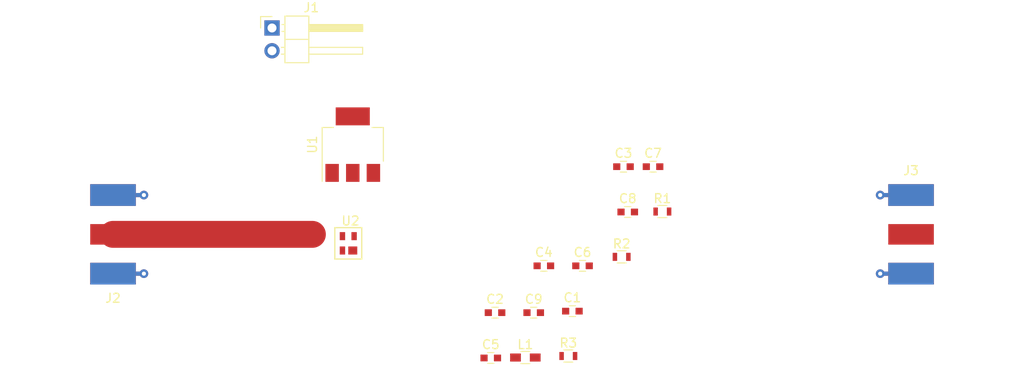
<source format=kicad_pcb>
(kicad_pcb (version 20170922) (host pcbnew "(2017-10-26 revision d2d123750)-master")

(general
  (thickness 1.6)
  (drawings 0)
  (tracks 3)
  (zones 0)
  (modules 18)
  (nets 10)
)

(page A4)
(layers
  (0 F.Cu signal)
  (31 B.Cu signal)
  (32 B.Adhes user)
  (33 F.Adhes user)
  (34 B.Paste user)
  (35 F.Paste user)
  (36 B.SilkS user)
  (37 F.SilkS user)
  (38 B.Mask user)
  (39 F.Mask user)
  (40 Dwgs.User user)
  (41 Cmts.User user)
  (42 Eco1.User user)
  (43 Eco2.User user)
  (44 Edge.Cuts user)
  (45 Margin user)
  (46 B.CrtYd user)
  (47 F.CrtYd user)
  (48 B.Fab user)
  (49 F.Fab user)
)


(setup
  (last_trace_width 0.25)
  (user_trace_width 0.4)
  (user_trace_width 3)
  (trace_clearance 0.2)
  (zone_clearance 0.508)
  (zone_45_only no)
  (trace_min 0.2)
  (segment_width 0.2)
  (edge_width 0.15)
  (via_size 0.8)
  (via_drill 0.4)
  (via_min_size 0.4)
  (via_min_drill 0.3)
  (user_via 0.5 0.3)
  (user_via 0.8 0.4)
  (uvia_size 0.3)
  (uvia_drill 0.1)
  (uvias_allowed no)
  (uvia_min_size 0.2)
  (uvia_min_drill 0.1)
  (pcb_text_width 0.3)
  (pcb_text_size 1.5 1.5)
  (mod_edge_width 0.15)
  (mod_text_size 1 1)
  (mod_text_width 0.15)
  (pad_size 1.524 1.524)
  (pad_drill 0.762)
  (pad_to_mask_clearance 0.2)
  (aux_axis_origin 0 0)
  (visible_elements FFFFFF7F)
  (pcbplotparams
    (layerselection 0x010fc_ffffffff)
    (usegerberextensions false)
    (usegerberattributes true)
    (usegerberadvancedattributes true)
    (creategerberjobfile true)
    (excludeedgelayer true)
    (linewidth 0.100000)
    (plotframeref false)
    (viasonmask false)
    (mode 1)
    (useauxorigin false)
    (hpglpennumber 1)
    (hpglpenspeed 20)
    (hpglpendiameter 15)
    (psnegative false)
    (psa4output false)
    (plotreference true)
    (plotvalue true)
    (plotinvisibletext false)
    (padsonsilk false)
    (subtractmaskfromsilk false)
    (outputformat 1)
    (mirror false)
    (drillshape 1)
    (scaleselection 1)
    (outputdirectory ""))
)

(net 0 "")
(net 1 GND)
(net 2 "Net-(C3-Pad1)")
(net 3 +3V3)
(net 4 "Net-(C5-Pad1)")
(net 5 "Net-(C8-Pad1)")
(net 6 "Net-(C9-Pad1)")
(net 7 "Net-(C9-Pad2)")
(net 8 "Net-(J3-Pad1)")
(net 9 /VIN)

(net_class Default "This is the default net class."
  (clearance 0.2)
  (trace_width 0.25)
  (via_dia 0.8)
  (via_drill 0.4)
  (uvia_dia 0.3)
  (uvia_drill 0.1)
)

(net_class POWER ""
  (clearance 0.2)
  (trace_width 0.4)
  (via_dia 0.8)
  (via_drill 0.4)
  (uvia_dia 0.3)
  (uvia_drill 0.1)
  (add_net +3V3)
  (add_net /VIN)
  (add_net GND)
)

(net_class RF ""
  (clearance 0.3)
  (trace_width 3)
  (via_dia 0.8)
  (via_drill 0.4)
  (uvia_dia 0.3)
  (uvia_drill 0.1)
  (add_net "Net-(C3-Pad1)")
  (add_net "Net-(C5-Pad1)")
  (add_net "Net-(C8-Pad1)")
  (add_net "Net-(C9-Pad1)")
  (add_net "Net-(C9-Pad2)")
  (add_net "Net-(J3-Pad1)")
)

  (module Capacitors_SMD:C_0603 (layer F.Cu) (tedit 59958EE7) (tstamp 5A3A45AB)
    (at 67.475952 52.0575)
    (descr "Capacitor SMD 0603, reflow soldering, AVX (see smccp.pdf)")
    (tags "capacitor 0603")
    (path /5A0D6204)
    (attr smd)
    (fp_text reference C1 (at 0 -1.5) (layer F.SilkS)
      (effects (font (size 1 1) (thickness 0.15)))
    )
    (fp_text value 100n (at 0 1.5) (layer F.Fab)
      (effects (font (size 1 1) (thickness 0.15)))
    )
    (fp_text user %R (at 0 0) (layer F.Fab)
      (effects (font (size 0.3 0.3) (thickness 0.075)))
    )
    (fp_line (start -0.8 0.4) (end -0.8 -0.4) (layer F.Fab) (width 0.1))
    (fp_line (start 0.8 0.4) (end -0.8 0.4) (layer F.Fab) (width 0.1))
    (fp_line (start 0.8 -0.4) (end 0.8 0.4) (layer F.Fab) (width 0.1))
    (fp_line (start -0.8 -0.4) (end 0.8 -0.4) (layer F.Fab) (width 0.1))
    (fp_line (start -0.35 -0.6) (end 0.35 -0.6) (layer F.SilkS) (width 0.12))
    (fp_line (start 0.35 0.6) (end -0.35 0.6) (layer F.SilkS) (width 0.12))
    (fp_line (start -1.4 -0.65) (end 1.4 -0.65) (layer F.CrtYd) (width 0.05))
    (fp_line (start -1.4 -0.65) (end -1.4 0.65) (layer F.CrtYd) (width 0.05))
    (fp_line (start 1.4 0.65) (end 1.4 -0.65) (layer F.CrtYd) (width 0.05))
    (fp_line (start 1.4 0.65) (end -1.4 0.65) (layer F.CrtYd) (width 0.05))
    (pad 1 smd rect (at -0.75 0) (size 0.8 0.75) (layers F.Cu F.Paste F.Mask)
      (net 9 /VIN))
    (pad 2 smd rect (at 0.75 0) (size 0.8 0.75) (layers F.Cu F.Paste F.Mask)
      (net 1 GND))
    (model Capacitors_SMD.3dshapes/C_0603.wrl
      (at (xyz 0 0 0))
      (scale (xyz 1 1 1))
      (rotate (xyz 0 0 0))
    )
  )

  (module Capacitors_SMD:C_0603 (layer F.Cu) (tedit 59958EE7) (tstamp 5A3A45BC)
    (at 58.855952 52.2275)
    (descr "Capacitor SMD 0603, reflow soldering, AVX (see smccp.pdf)")
    (tags "capacitor 0603")
    (path /5A0D623C)
    (attr smd)
    (fp_text reference C2 (at 0 -1.5) (layer F.SilkS)
      (effects (font (size 1 1) (thickness 0.15)))
    )
    (fp_text value 100n (at 0 1.5) (layer F.Fab)
      (effects (font (size 1 1) (thickness 0.15)))
    )
    (fp_line (start 1.4 0.65) (end -1.4 0.65) (layer F.CrtYd) (width 0.05))
    (fp_line (start 1.4 0.65) (end 1.4 -0.65) (layer F.CrtYd) (width 0.05))
    (fp_line (start -1.4 -0.65) (end -1.4 0.65) (layer F.CrtYd) (width 0.05))
    (fp_line (start -1.4 -0.65) (end 1.4 -0.65) (layer F.CrtYd) (width 0.05))
    (fp_line (start 0.35 0.6) (end -0.35 0.6) (layer F.SilkS) (width 0.12))
    (fp_line (start -0.35 -0.6) (end 0.35 -0.6) (layer F.SilkS) (width 0.12))
    (fp_line (start -0.8 -0.4) (end 0.8 -0.4) (layer F.Fab) (width 0.1))
    (fp_line (start 0.8 -0.4) (end 0.8 0.4) (layer F.Fab) (width 0.1))
    (fp_line (start 0.8 0.4) (end -0.8 0.4) (layer F.Fab) (width 0.1))
    (fp_line (start -0.8 0.4) (end -0.8 -0.4) (layer F.Fab) (width 0.1))
    (fp_text user %R (at 0 0) (layer F.Fab)
      (effects (font (size 0.3 0.3) (thickness 0.075)))
    )
    (pad 2 smd rect (at 0.75 0) (size 0.8 0.75) (layers F.Cu F.Paste F.Mask)
      (net 1 GND))
    (pad 1 smd rect (at -0.75 0) (size 0.8 0.75) (layers F.Cu F.Paste F.Mask)
      (net 9 /VIN))
    (model Capacitors_SMD.3dshapes/C_0603.wrl
      (at (xyz 0 0 0))
      (scale (xyz 1 1 1))
      (rotate (xyz 0 0 0))
    )
  )

  (module Capacitors_SMD:C_0603 (layer F.Cu) (tedit 59958EE7) (tstamp 5A3A45CD)
    (at 73.169762 35.9575)
    (descr "Capacitor SMD 0603, reflow soldering, AVX (see smccp.pdf)")
    (tags "capacitor 0603")
    (path /5A0D7717)
    (attr smd)
    (fp_text reference C3 (at 0 -1.5) (layer F.SilkS)
      (effects (font (size 1 1) (thickness 0.15)))
    )
    (fp_text value 20p (at 0 1.5) (layer F.Fab)
      (effects (font (size 1 1) (thickness 0.15)))
    )
    (fp_line (start 1.4 0.65) (end -1.4 0.65) (layer F.CrtYd) (width 0.05))
    (fp_line (start 1.4 0.65) (end 1.4 -0.65) (layer F.CrtYd) (width 0.05))
    (fp_line (start -1.4 -0.65) (end -1.4 0.65) (layer F.CrtYd) (width 0.05))
    (fp_line (start -1.4 -0.65) (end 1.4 -0.65) (layer F.CrtYd) (width 0.05))
    (fp_line (start 0.35 0.6) (end -0.35 0.6) (layer F.SilkS) (width 0.12))
    (fp_line (start -0.35 -0.6) (end 0.35 -0.6) (layer F.SilkS) (width 0.12))
    (fp_line (start -0.8 -0.4) (end 0.8 -0.4) (layer F.Fab) (width 0.1))
    (fp_line (start 0.8 -0.4) (end 0.8 0.4) (layer F.Fab) (width 0.1))
    (fp_line (start 0.8 0.4) (end -0.8 0.4) (layer F.Fab) (width 0.1))
    (fp_line (start -0.8 0.4) (end -0.8 -0.4) (layer F.Fab) (width 0.1))
    (fp_text user %R (at 0 0) (layer F.Fab)
      (effects (font (size 0.3 0.3) (thickness 0.075)))
    )
    (pad 2 smd rect (at 0.75 0) (size 0.8 0.75) (layers F.Cu F.Paste F.Mask)
      (net 1 GND))
    (pad 1 smd rect (at -0.75 0) (size 0.8 0.75) (layers F.Cu F.Paste F.Mask)
      (net 2 "Net-(C3-Pad1)"))
    (model Capacitors_SMD.3dshapes/C_0603.wrl
      (at (xyz 0 0 0))
      (scale (xyz 1 1 1))
      (rotate (xyz 0 0 0))
    )
  )

  (module Capacitors_SMD:C_0603 (layer F.Cu) (tedit 59958EE7) (tstamp 5A3A45DE)
    (at 64.295952 47.0075)
    (descr "Capacitor SMD 0603, reflow soldering, AVX (see smccp.pdf)")
    (tags "capacitor 0603")
    (path /5A0D645A)
    (attr smd)
    (fp_text reference C4 (at 0 -1.5) (layer F.SilkS)
      (effects (font (size 1 1) (thickness 0.15)))
    )
    (fp_text value 100n (at 0 1.5) (layer F.Fab)
      (effects (font (size 1 1) (thickness 0.15)))
    )
    (fp_text user %R (at 0 0) (layer F.Fab)
      (effects (font (size 0.3 0.3) (thickness 0.075)))
    )
    (fp_line (start -0.8 0.4) (end -0.8 -0.4) (layer F.Fab) (width 0.1))
    (fp_line (start 0.8 0.4) (end -0.8 0.4) (layer F.Fab) (width 0.1))
    (fp_line (start 0.8 -0.4) (end 0.8 0.4) (layer F.Fab) (width 0.1))
    (fp_line (start -0.8 -0.4) (end 0.8 -0.4) (layer F.Fab) (width 0.1))
    (fp_line (start -0.35 -0.6) (end 0.35 -0.6) (layer F.SilkS) (width 0.12))
    (fp_line (start 0.35 0.6) (end -0.35 0.6) (layer F.SilkS) (width 0.12))
    (fp_line (start -1.4 -0.65) (end 1.4 -0.65) (layer F.CrtYd) (width 0.05))
    (fp_line (start -1.4 -0.65) (end -1.4 0.65) (layer F.CrtYd) (width 0.05))
    (fp_line (start 1.4 0.65) (end 1.4 -0.65) (layer F.CrtYd) (width 0.05))
    (fp_line (start 1.4 0.65) (end -1.4 0.65) (layer F.CrtYd) (width 0.05))
    (pad 1 smd rect (at -0.75 0) (size 0.8 0.75) (layers F.Cu F.Paste F.Mask)
      (net 3 +3V3))
    (pad 2 smd rect (at 0.75 0) (size 0.8 0.75) (layers F.Cu F.Paste F.Mask)
      (net 1 GND))
    (model Capacitors_SMD.3dshapes/C_0603.wrl
      (at (xyz 0 0 0))
      (scale (xyz 1 1 1))
      (rotate (xyz 0 0 0))
    )
  )

  (module Capacitors_SMD:C_0603 (layer F.Cu) (tedit 59958EE7) (tstamp 5A3A45EF)
    (at 58.379762 57.2775)
    (descr "Capacitor SMD 0603, reflow soldering, AVX (see smccp.pdf)")
    (tags "capacitor 0603")
    (path /5A0D766F)
    (attr smd)
    (fp_text reference C5 (at 0 -1.5) (layer F.SilkS)
      (effects (font (size 1 1) (thickness 0.15)))
    )
    (fp_text value 20p (at 0 1.5) (layer F.Fab)
      (effects (font (size 1 1) (thickness 0.15)))
    )
    (fp_text user %R (at 0 0) (layer F.Fab)
      (effects (font (size 0.3 0.3) (thickness 0.075)))
    )
    (fp_line (start -0.8 0.4) (end -0.8 -0.4) (layer F.Fab) (width 0.1))
    (fp_line (start 0.8 0.4) (end -0.8 0.4) (layer F.Fab) (width 0.1))
    (fp_line (start 0.8 -0.4) (end 0.8 0.4) (layer F.Fab) (width 0.1))
    (fp_line (start -0.8 -0.4) (end 0.8 -0.4) (layer F.Fab) (width 0.1))
    (fp_line (start -0.35 -0.6) (end 0.35 -0.6) (layer F.SilkS) (width 0.12))
    (fp_line (start 0.35 0.6) (end -0.35 0.6) (layer F.SilkS) (width 0.12))
    (fp_line (start -1.4 -0.65) (end 1.4 -0.65) (layer F.CrtYd) (width 0.05))
    (fp_line (start -1.4 -0.65) (end -1.4 0.65) (layer F.CrtYd) (width 0.05))
    (fp_line (start 1.4 0.65) (end 1.4 -0.65) (layer F.CrtYd) (width 0.05))
    (fp_line (start 1.4 0.65) (end -1.4 0.65) (layer F.CrtYd) (width 0.05))
    (pad 1 smd rect (at -0.75 0) (size 0.8 0.75) (layers F.Cu F.Paste F.Mask)
      (net 4 "Net-(C5-Pad1)"))
    (pad 2 smd rect (at 0.75 0) (size 0.8 0.75) (layers F.Cu F.Paste F.Mask)
      (net 1 GND))
    (model Capacitors_SMD.3dshapes/C_0603.wrl
      (at (xyz 0 0 0))
      (scale (xyz 1 1 1))
      (rotate (xyz 0 0 0))
    )
  )

  (module Capacitors_SMD:C_0603 (layer F.Cu) (tedit 59958EE7) (tstamp 5A3A4600)
    (at 68.605952 47.0075)
    (descr "Capacitor SMD 0603, reflow soldering, AVX (see smccp.pdf)")
    (tags "capacitor 0603")
    (path /5A0D65D3)
    (attr smd)
    (fp_text reference C6 (at 0 -1.5) (layer F.SilkS)
      (effects (font (size 1 1) (thickness 0.15)))
    )
    (fp_text value 100n (at 0 1.5) (layer F.Fab)
      (effects (font (size 1 1) (thickness 0.15)))
    )
    (fp_line (start 1.4 0.65) (end -1.4 0.65) (layer F.CrtYd) (width 0.05))
    (fp_line (start 1.4 0.65) (end 1.4 -0.65) (layer F.CrtYd) (width 0.05))
    (fp_line (start -1.4 -0.65) (end -1.4 0.65) (layer F.CrtYd) (width 0.05))
    (fp_line (start -1.4 -0.65) (end 1.4 -0.65) (layer F.CrtYd) (width 0.05))
    (fp_line (start 0.35 0.6) (end -0.35 0.6) (layer F.SilkS) (width 0.12))
    (fp_line (start -0.35 -0.6) (end 0.35 -0.6) (layer F.SilkS) (width 0.12))
    (fp_line (start -0.8 -0.4) (end 0.8 -0.4) (layer F.Fab) (width 0.1))
    (fp_line (start 0.8 -0.4) (end 0.8 0.4) (layer F.Fab) (width 0.1))
    (fp_line (start 0.8 0.4) (end -0.8 0.4) (layer F.Fab) (width 0.1))
    (fp_line (start -0.8 0.4) (end -0.8 -0.4) (layer F.Fab) (width 0.1))
    (fp_text user %R (at 0 0) (layer F.Fab)
      (effects (font (size 0.3 0.3) (thickness 0.075)))
    )
    (pad 2 smd rect (at 0.75 0) (size 0.8 0.75) (layers F.Cu F.Paste F.Mask)
      (net 1 GND))
    (pad 1 smd rect (at -0.75 0) (size 0.8 0.75) (layers F.Cu F.Paste F.Mask)
      (net 3 +3V3))
    (model Capacitors_SMD.3dshapes/C_0603.wrl
      (at (xyz 0 0 0))
      (scale (xyz 1 1 1))
      (rotate (xyz 0 0 0))
    )
  )

  (module Capacitors_SMD:C_0603 (layer F.Cu) (tedit 59958EE7) (tstamp 5A3A4611)
    (at 76.465001 35.9575)
    (descr "Capacitor SMD 0603, reflow soldering, AVX (see smccp.pdf)")
    (tags "capacitor 0603")
    (path /5A0D66E6)
    (attr smd)
    (fp_text reference C7 (at 0 -1.5) (layer F.SilkS)
      (effects (font (size 1 1) (thickness 0.15)))
    )
    (fp_text value 1u (at 0 1.5) (layer F.Fab)
      (effects (font (size 1 1) (thickness 0.15)))
    )
    (fp_text user %R (at 0 0) (layer F.Fab)
      (effects (font (size 0.3 0.3) (thickness 0.075)))
    )
    (fp_line (start -0.8 0.4) (end -0.8 -0.4) (layer F.Fab) (width 0.1))
    (fp_line (start 0.8 0.4) (end -0.8 0.4) (layer F.Fab) (width 0.1))
    (fp_line (start 0.8 -0.4) (end 0.8 0.4) (layer F.Fab) (width 0.1))
    (fp_line (start -0.8 -0.4) (end 0.8 -0.4) (layer F.Fab) (width 0.1))
    (fp_line (start -0.35 -0.6) (end 0.35 -0.6) (layer F.SilkS) (width 0.12))
    (fp_line (start 0.35 0.6) (end -0.35 0.6) (layer F.SilkS) (width 0.12))
    (fp_line (start -1.4 -0.65) (end 1.4 -0.65) (layer F.CrtYd) (width 0.05))
    (fp_line (start -1.4 -0.65) (end -1.4 0.65) (layer F.CrtYd) (width 0.05))
    (fp_line (start 1.4 0.65) (end 1.4 -0.65) (layer F.CrtYd) (width 0.05))
    (fp_line (start 1.4 0.65) (end -1.4 0.65) (layer F.CrtYd) (width 0.05))
    (pad 1 smd rect (at -0.75 0) (size 0.8 0.75) (layers F.Cu F.Paste F.Mask)
      (net 3 +3V3))
    (pad 2 smd rect (at 0.75 0) (size 0.8 0.75) (layers F.Cu F.Paste F.Mask)
      (net 1 GND))
    (model Capacitors_SMD.3dshapes/C_0603.wrl
      (at (xyz 0 0 0))
      (scale (xyz 1 1 1))
      (rotate (xyz 0 0 0))
    )
  )

  (module Capacitors_SMD:C_0603 (layer F.Cu) (tedit 59958EE7) (tstamp 5A3A4622)
    (at 73.645952 41.0075)
    (descr "Capacitor SMD 0603, reflow soldering, AVX (see smccp.pdf)")
    (tags "capacitor 0603")
    (path /5A0D6F0B)
    (attr smd)
    (fp_text reference C8 (at 0 -1.5) (layer F.SilkS)
      (effects (font (size 1 1) (thickness 0.15)))
    )
    (fp_text value 100n (at 0 1.5) (layer F.Fab)
      (effects (font (size 1 1) (thickness 0.15)))
    )
    (fp_line (start 1.4 0.65) (end -1.4 0.65) (layer F.CrtYd) (width 0.05))
    (fp_line (start 1.4 0.65) (end 1.4 -0.65) (layer F.CrtYd) (width 0.05))
    (fp_line (start -1.4 -0.65) (end -1.4 0.65) (layer F.CrtYd) (width 0.05))
    (fp_line (start -1.4 -0.65) (end 1.4 -0.65) (layer F.CrtYd) (width 0.05))
    (fp_line (start 0.35 0.6) (end -0.35 0.6) (layer F.SilkS) (width 0.12))
    (fp_line (start -0.35 -0.6) (end 0.35 -0.6) (layer F.SilkS) (width 0.12))
    (fp_line (start -0.8 -0.4) (end 0.8 -0.4) (layer F.Fab) (width 0.1))
    (fp_line (start 0.8 -0.4) (end 0.8 0.4) (layer F.Fab) (width 0.1))
    (fp_line (start 0.8 0.4) (end -0.8 0.4) (layer F.Fab) (width 0.1))
    (fp_line (start -0.8 0.4) (end -0.8 -0.4) (layer F.Fab) (width 0.1))
    (fp_text user %R (at 0 0) (layer F.Fab)
      (effects (font (size 0.3 0.3) (thickness 0.075)))
    )
    (pad 2 smd rect (at 0.75 0) (size 0.8 0.75) (layers F.Cu F.Paste F.Mask)
      (net 4 "Net-(C5-Pad1)"))
    (pad 1 smd rect (at -0.75 0) (size 0.8 0.75) (layers F.Cu F.Paste F.Mask)
      (net 5 "Net-(C8-Pad1)"))
    (model Capacitors_SMD.3dshapes/C_0603.wrl
      (at (xyz 0 0 0))
      (scale (xyz 1 1 1))
      (rotate (xyz 0 0 0))
    )
  )

  (module Capacitors_SMD:C_0603 (layer F.Cu) (tedit 59958EE7) (tstamp 5A3A4633)
    (at 63.165952 52.2275)
    (descr "Capacitor SMD 0603, reflow soldering, AVX (see smccp.pdf)")
    (tags "capacitor 0603")
    (path /5A0D6F8D)
    (attr smd)
    (fp_text reference C9 (at 0 -1.5) (layer F.SilkS)
      (effects (font (size 1 1) (thickness 0.15)))
    )
    (fp_text value 100n (at 0 1.5) (layer F.Fab)
      (effects (font (size 1 1) (thickness 0.15)))
    )
    (fp_text user %R (at 0 0) (layer F.Fab)
      (effects (font (size 0.3 0.3) (thickness 0.075)))
    )
    (fp_line (start -0.8 0.4) (end -0.8 -0.4) (layer F.Fab) (width 0.1))
    (fp_line (start 0.8 0.4) (end -0.8 0.4) (layer F.Fab) (width 0.1))
    (fp_line (start 0.8 -0.4) (end 0.8 0.4) (layer F.Fab) (width 0.1))
    (fp_line (start -0.8 -0.4) (end 0.8 -0.4) (layer F.Fab) (width 0.1))
    (fp_line (start -0.35 -0.6) (end 0.35 -0.6) (layer F.SilkS) (width 0.12))
    (fp_line (start 0.35 0.6) (end -0.35 0.6) (layer F.SilkS) (width 0.12))
    (fp_line (start -1.4 -0.65) (end 1.4 -0.65) (layer F.CrtYd) (width 0.05))
    (fp_line (start -1.4 -0.65) (end -1.4 0.65) (layer F.CrtYd) (width 0.05))
    (fp_line (start 1.4 0.65) (end 1.4 -0.65) (layer F.CrtYd) (width 0.05))
    (fp_line (start 1.4 0.65) (end -1.4 0.65) (layer F.CrtYd) (width 0.05))
    (pad 1 smd rect (at -0.75 0) (size 0.8 0.75) (layers F.Cu F.Paste F.Mask)
      (net 6 "Net-(C9-Pad1)"))
    (pad 2 smd rect (at 0.75 0) (size 0.8 0.75) (layers F.Cu F.Paste F.Mask)
      (net 7 "Net-(C9-Pad2)"))
    (model Capacitors_SMD.3dshapes/C_0603.wrl
      (at (xyz 0 0 0))
      (scale (xyz 1 1 1))
      (rotate (xyz 0 0 0))
    )
  )

  (module Pin_Headers:Pin_Header_Angled_1x02_Pitch2.54mm (layer F.Cu) (tedit 59650532) (tstamp 5A3A4666)
    (at 34 20.5)
    (descr "Through hole angled pin header, 1x02, 2.54mm pitch, 6mm pin length, single row")
    (tags "Through hole angled pin header THT 1x02 2.54mm single row")
    (path /5A0D5FA5)
    (fp_text reference J1 (at 4.385 -2.27) (layer F.SilkS)
      (effects (font (size 1 1) (thickness 0.15)))
    )
    (fp_text value Conn_01x02 (at 4.385 4.81) (layer F.Fab)
      (effects (font (size 1 1) (thickness 0.15)))
    )
    (fp_text user %R (at 2.77 1.27 90) (layer F.Fab)
      (effects (font (size 1 1) (thickness 0.15)))
    )
    (fp_line (start 10.55 -1.8) (end -1.8 -1.8) (layer F.CrtYd) (width 0.05))
    (fp_line (start 10.55 4.35) (end 10.55 -1.8) (layer F.CrtYd) (width 0.05))
    (fp_line (start -1.8 4.35) (end 10.55 4.35) (layer F.CrtYd) (width 0.05))
    (fp_line (start -1.8 -1.8) (end -1.8 4.35) (layer F.CrtYd) (width 0.05))
    (fp_line (start -1.27 -1.27) (end 0 -1.27) (layer F.SilkS) (width 0.12))
    (fp_line (start -1.27 0) (end -1.27 -1.27) (layer F.SilkS) (width 0.12))
    (fp_line (start 1.042929 2.92) (end 1.44 2.92) (layer F.SilkS) (width 0.12))
    (fp_line (start 1.042929 2.16) (end 1.44 2.16) (layer F.SilkS) (width 0.12))
    (fp_line (start 10.1 2.92) (end 4.1 2.92) (layer F.SilkS) (width 0.12))
    (fp_line (start 10.1 2.16) (end 10.1 2.92) (layer F.SilkS) (width 0.12))
    (fp_line (start 4.1 2.16) (end 10.1 2.16) (layer F.SilkS) (width 0.12))
    (fp_line (start 1.44 1.27) (end 4.1 1.27) (layer F.SilkS) (width 0.12))
    (fp_line (start 1.11 0.38) (end 1.44 0.38) (layer F.SilkS) (width 0.12))
    (fp_line (start 1.11 -0.38) (end 1.44 -0.38) (layer F.SilkS) (width 0.12))
    (fp_line (start 4.1 0.28) (end 10.1 0.28) (layer F.SilkS) (width 0.12))
    (fp_line (start 4.1 0.16) (end 10.1 0.16) (layer F.SilkS) (width 0.12))
    (fp_line (start 4.1 0.04) (end 10.1 0.04) (layer F.SilkS) (width 0.12))
    (fp_line (start 4.1 -0.08) (end 10.1 -0.08) (layer F.SilkS) (width 0.12))
    (fp_line (start 4.1 -0.2) (end 10.1 -0.2) (layer F.SilkS) (width 0.12))
    (fp_line (start 4.1 -0.32) (end 10.1 -0.32) (layer F.SilkS) (width 0.12))
    (fp_line (start 10.1 0.38) (end 4.1 0.38) (layer F.SilkS) (width 0.12))
    (fp_line (start 10.1 -0.38) (end 10.1 0.38) (layer F.SilkS) (width 0.12))
    (fp_line (start 4.1 -0.38) (end 10.1 -0.38) (layer F.SilkS) (width 0.12))
    (fp_line (start 4.1 -1.33) (end 1.44 -1.33) (layer F.SilkS) (width 0.12))
    (fp_line (start 4.1 3.87) (end 4.1 -1.33) (layer F.SilkS) (width 0.12))
    (fp_line (start 1.44 3.87) (end 4.1 3.87) (layer F.SilkS) (width 0.12))
    (fp_line (start 1.44 -1.33) (end 1.44 3.87) (layer F.SilkS) (width 0.12))
    (fp_line (start 4.04 2.86) (end 10.04 2.86) (layer F.Fab) (width 0.1))
    (fp_line (start 10.04 2.22) (end 10.04 2.86) (layer F.Fab) (width 0.1))
    (fp_line (start 4.04 2.22) (end 10.04 2.22) (layer F.Fab) (width 0.1))
    (fp_line (start -0.32 2.86) (end 1.5 2.86) (layer F.Fab) (width 0.1))
    (fp_line (start -0.32 2.22) (end -0.32 2.86) (layer F.Fab) (width 0.1))
    (fp_line (start -0.32 2.22) (end 1.5 2.22) (layer F.Fab) (width 0.1))
    (fp_line (start 4.04 0.32) (end 10.04 0.32) (layer F.Fab) (width 0.1))
    (fp_line (start 10.04 -0.32) (end 10.04 0.32) (layer F.Fab) (width 0.1))
    (fp_line (start 4.04 -0.32) (end 10.04 -0.32) (layer F.Fab) (width 0.1))
    (fp_line (start -0.32 0.32) (end 1.5 0.32) (layer F.Fab) (width 0.1))
    (fp_line (start -0.32 -0.32) (end -0.32 0.32) (layer F.Fab) (width 0.1))
    (fp_line (start -0.32 -0.32) (end 1.5 -0.32) (layer F.Fab) (width 0.1))
    (fp_line (start 1.5 -0.635) (end 2.135 -1.27) (layer F.Fab) (width 0.1))
    (fp_line (start 1.5 3.81) (end 1.5 -0.635) (layer F.Fab) (width 0.1))
    (fp_line (start 4.04 3.81) (end 1.5 3.81) (layer F.Fab) (width 0.1))
    (fp_line (start 4.04 -1.27) (end 4.04 3.81) (layer F.Fab) (width 0.1))
    (fp_line (start 2.135 -1.27) (end 4.04 -1.27) (layer F.Fab) (width 0.1))
    (pad 2 thru_hole oval (at 0 2.54) (size 1.7 1.7) (drill 1) (layers *.Cu *.Mask)
      (net 9 /VIN))
    (pad 1 thru_hole rect (at 0 0) (size 1.7 1.7) (drill 1) (layers *.Cu *.Mask)
      (net 1 GND))
    (model ${KISYS3DMOD}/Pin_Headers.3dshapes/Pin_Header_Angled_1x02_Pitch2.54mm.wrl
      (at (xyz 0 0 0))
      (scale (xyz 1 1 1))
      (rotate (xyz 0 0 0))
    )
  )

  (module Connectors_Molex:Molex_SMA_Jack_Edge_Mount (layer F.Cu) (tedit 587D2992) (tstamp 5A3A468B)
    (at 18 43.5)
    (descr "Molex SMA Jack, Edge Mount, http://www.molex.com/pdm_docs/sd/732511150_sd.pdf")
    (tags "sma edge")
    (path /5A0D7D41)
    (attr smd)
    (fp_text reference J2 (at -1.72 7.11) (layer F.SilkS)
      (effects (font (size 1 1) (thickness 0.15)))
    )
    (fp_text value Conn_Coaxial (at -1.72 -7.11) (layer F.Fab)
      (effects (font (size 1 1) (thickness 0.15)))
    )
    (fp_line (start -4.76 -0.38) (end 0.49 -0.38) (layer F.Fab) (width 0.1))
    (fp_line (start -4.76 0.38) (end 0.49 0.38) (layer F.Fab) (width 0.1))
    (fp_line (start 0.49 -0.38) (end 0.49 0.38) (layer F.Fab) (width 0.1))
    (fp_line (start 0.49 3.75) (end 0.49 4.76) (layer F.Fab) (width 0.1))
    (fp_line (start 0.49 -4.76) (end 0.49 -3.75) (layer F.Fab) (width 0.1))
    (fp_line (start -14.29 -6.09) (end -14.29 6.09) (layer F.CrtYd) (width 0.05))
    (fp_line (start -14.29 6.09) (end 2.71 6.09) (layer F.CrtYd) (width 0.05))
    (fp_line (start 2.71 -6.09) (end 2.71 6.09) (layer B.CrtYd) (width 0.05))
    (fp_line (start -14.29 -6.09) (end 2.71 -6.09) (layer B.CrtYd) (width 0.05))
    (fp_line (start -14.29 -6.09) (end -14.29 6.09) (layer B.CrtYd) (width 0.05))
    (fp_line (start -14.29 6.09) (end 2.71 6.09) (layer B.CrtYd) (width 0.05))
    (fp_line (start 2.71 -6.09) (end 2.71 6.09) (layer F.CrtYd) (width 0.05))
    (fp_line (start 2.71 -6.09) (end -14.29 -6.09) (layer F.CrtYd) (width 0.05))
    (fp_line (start -4.76 -3.75) (end 0.49 -3.75) (layer F.Fab) (width 0.1))
    (fp_line (start -4.76 3.75) (end 0.49 3.75) (layer F.Fab) (width 0.1))
    (fp_line (start -13.79 -2.65) (end -5.91 -2.65) (layer F.Fab) (width 0.1))
    (fp_line (start -13.79 -2.65) (end -13.79 2.65) (layer F.Fab) (width 0.1))
    (fp_line (start -13.79 2.65) (end -5.91 2.65) (layer F.Fab) (width 0.1))
    (fp_line (start -4.76 -3.75) (end -4.76 3.75) (layer F.Fab) (width 0.1))
    (fp_line (start 0.49 -4.76) (end -5.91 -4.76) (layer F.Fab) (width 0.1))
    (fp_line (start -5.91 -4.76) (end -5.91 4.76) (layer F.Fab) (width 0.1))
    (fp_line (start -5.91 4.76) (end 0.49 4.76) (layer F.Fab) (width 0.1))
    (pad 1 smd rect (at -1.72 0) (size 5.08 2.29) (layers F.Cu F.Paste F.Mask)
      (net 2 "Net-(C3-Pad1)"))
    (pad 2 smd rect (at -1.72 -4.38) (size 5.08 2.42) (layers F.Cu F.Paste F.Mask)
      (net 1 GND))
    (pad 2 smd rect (at -1.72 4.38) (size 5.08 2.42) (layers F.Cu F.Paste F.Mask)
      (net 1 GND))
    (pad 2 smd rect (at -1.72 -4.38) (size 5.08 2.42) (layers B.Cu B.Paste B.Mask)
      (net 1 GND))
    (pad 2 smd rect (at -1.72 4.38) (size 5.08 2.42) (layers B.Cu B.Paste B.Mask)
      (net 1 GND))
    (pad 2 thru_hole circle (at 1.72 -4.38) (size 0.97 0.97) (drill 0.46) (layers *.Cu)
      (net 1 GND))
    (pad 2 thru_hole circle (at 1.72 4.38) (size 0.97 0.97) (drill 0.46) (layers *.Cu)
      (net 1 GND))
    (pad 2 smd rect (at 1.27 -4.38) (size 0.89 0.46) (layers F.Cu)
      (net 1 GND))
    (pad 2 smd rect (at 1.27 4.38) (size 0.89 0.46) (layers F.Cu)
      (net 1 GND))
    (pad 2 smd rect (at 1.27 -4.38) (size 0.89 0.46) (layers B.Cu)
      (net 1 GND))
    (pad 2 smd rect (at 1.27 4.38) (size 0.89 0.46) (layers B.Cu)
      (net 1 GND))
    (model ${KISYS3DMOD}/Connectors_Molex.3dshapes/Molex_SMA_Jack_Edge_Mount.wrl
      (at (xyz 0 0 0))
      (scale (xyz 1 1 1))
      (rotate (xyz 0 0 0))
    )
  )

  (module Connectors_Molex:Molex_SMA_Jack_Edge_Mount (layer F.Cu) (tedit 587D2992) (tstamp 5A3A46B0)
    (at 103.5 43.5 180)
    (descr "Molex SMA Jack, Edge Mount, http://www.molex.com/pdm_docs/sd/732511150_sd.pdf")
    (tags "sma edge")
    (path /5A0D8EED)
    (attr smd)
    (fp_text reference J3 (at -1.72 7.11 180) (layer F.SilkS)
      (effects (font (size 1 1) (thickness 0.15)))
    )
    (fp_text value Conn_Coaxial (at -1.72 -7.11 180) (layer F.Fab)
      (effects (font (size 1 1) (thickness 0.15)))
    )
    (fp_line (start -5.91 4.76) (end 0.49 4.76) (layer F.Fab) (width 0.1))
    (fp_line (start -5.91 -4.76) (end -5.91 4.76) (layer F.Fab) (width 0.1))
    (fp_line (start 0.49 -4.76) (end -5.91 -4.76) (layer F.Fab) (width 0.1))
    (fp_line (start -4.76 -3.75) (end -4.76 3.75) (layer F.Fab) (width 0.1))
    (fp_line (start -13.79 2.65) (end -5.91 2.65) (layer F.Fab) (width 0.1))
    (fp_line (start -13.79 -2.65) (end -13.79 2.65) (layer F.Fab) (width 0.1))
    (fp_line (start -13.79 -2.65) (end -5.91 -2.65) (layer F.Fab) (width 0.1))
    (fp_line (start -4.76 3.75) (end 0.49 3.75) (layer F.Fab) (width 0.1))
    (fp_line (start -4.76 -3.75) (end 0.49 -3.75) (layer F.Fab) (width 0.1))
    (fp_line (start 2.71 -6.09) (end -14.29 -6.09) (layer F.CrtYd) (width 0.05))
    (fp_line (start 2.71 -6.09) (end 2.71 6.09) (layer F.CrtYd) (width 0.05))
    (fp_line (start -14.29 6.09) (end 2.71 6.09) (layer B.CrtYd) (width 0.05))
    (fp_line (start -14.29 -6.09) (end -14.29 6.09) (layer B.CrtYd) (width 0.05))
    (fp_line (start -14.29 -6.09) (end 2.71 -6.09) (layer B.CrtYd) (width 0.05))
    (fp_line (start 2.71 -6.09) (end 2.71 6.09) (layer B.CrtYd) (width 0.05))
    (fp_line (start -14.29 6.09) (end 2.71 6.09) (layer F.CrtYd) (width 0.05))
    (fp_line (start -14.29 -6.09) (end -14.29 6.09) (layer F.CrtYd) (width 0.05))
    (fp_line (start 0.49 -4.76) (end 0.49 -3.75) (layer F.Fab) (width 0.1))
    (fp_line (start 0.49 3.75) (end 0.49 4.76) (layer F.Fab) (width 0.1))
    (fp_line (start 0.49 -0.38) (end 0.49 0.38) (layer F.Fab) (width 0.1))
    (fp_line (start -4.76 0.38) (end 0.49 0.38) (layer F.Fab) (width 0.1))
    (fp_line (start -4.76 -0.38) (end 0.49 -0.38) (layer F.Fab) (width 0.1))
    (pad 2 smd rect (at 1.27 4.38 180) (size 0.89 0.46) (layers B.Cu)
      (net 1 GND))
    (pad 2 smd rect (at 1.27 -4.38 180) (size 0.89 0.46) (layers B.Cu)
      (net 1 GND))
    (pad 2 smd rect (at 1.27 4.38 180) (size 0.89 0.46) (layers F.Cu)
      (net 1 GND))
    (pad 2 smd rect (at 1.27 -4.38 180) (size 0.89 0.46) (layers F.Cu)
      (net 1 GND))
    (pad 2 thru_hole circle (at 1.72 4.38 180) (size 0.97 0.97) (drill 0.46) (layers *.Cu)
      (net 1 GND))
    (pad 2 thru_hole circle (at 1.72 -4.38 180) (size 0.97 0.97) (drill 0.46) (layers *.Cu)
      (net 1 GND))
    (pad 2 smd rect (at -1.72 4.38 180) (size 5.08 2.42) (layers B.Cu B.Paste B.Mask)
      (net 1 GND))
    (pad 2 smd rect (at -1.72 -4.38 180) (size 5.08 2.42) (layers B.Cu B.Paste B.Mask)
      (net 1 GND))
    (pad 2 smd rect (at -1.72 4.38 180) (size 5.08 2.42) (layers F.Cu F.Paste F.Mask)
      (net 1 GND))
    (pad 2 smd rect (at -1.72 -4.38 180) (size 5.08 2.42) (layers F.Cu F.Paste F.Mask)
      (net 1 GND))
    (pad 1 smd rect (at -1.72 0 180) (size 5.08 2.29) (layers F.Cu F.Paste F.Mask)
      (net 8 "Net-(J3-Pad1)"))
    (model ${KISYS3DMOD}/Connectors_Molex.3dshapes/Molex_SMA_Jack_Edge_Mount.wrl
      (at (xyz 0 0 0))
      (scale (xyz 1 1 1))
      (rotate (xyz 0 0 0))
    )
  )

  (module Resistors_SMD:R_0603_HandSoldering (layer F.Cu) (tedit 58E0A804) (tstamp 5A3A46C1)
    (at 62.235001 57.2275)
    (descr "Resistor SMD 0603, hand soldering")
    (tags "resistor 0603")
    (path /5A0D74E3)
    (attr smd)
    (fp_text reference L1 (at 0 -1.45) (layer F.SilkS)
      (effects (font (size 1 1) (thickness 0.15)))
    )
    (fp_text value 100n (at 0 1.55) (layer F.Fab)
      (effects (font (size 1 1) (thickness 0.15)))
    )
    (fp_line (start 1.95 0.7) (end -1.96 0.7) (layer F.CrtYd) (width 0.05))
    (fp_line (start 1.95 0.7) (end 1.95 -0.7) (layer F.CrtYd) (width 0.05))
    (fp_line (start -1.96 -0.7) (end -1.96 0.7) (layer F.CrtYd) (width 0.05))
    (fp_line (start -1.96 -0.7) (end 1.95 -0.7) (layer F.CrtYd) (width 0.05))
    (fp_line (start -0.5 -0.68) (end 0.5 -0.68) (layer F.SilkS) (width 0.12))
    (fp_line (start 0.5 0.68) (end -0.5 0.68) (layer F.SilkS) (width 0.12))
    (fp_line (start -0.8 -0.4) (end 0.8 -0.4) (layer F.Fab) (width 0.1))
    (fp_line (start 0.8 -0.4) (end 0.8 0.4) (layer F.Fab) (width 0.1))
    (fp_line (start 0.8 0.4) (end -0.8 0.4) (layer F.Fab) (width 0.1))
    (fp_line (start -0.8 0.4) (end -0.8 -0.4) (layer F.Fab) (width 0.1))
    (fp_text user %R (at 0 0) (layer F.Fab)
      (effects (font (size 0.4 0.4) (thickness 0.075)))
    )
    (pad 2 smd rect (at 1.1 0) (size 1.2 0.9) (layers F.Cu F.Paste F.Mask)
      (net 4 "Net-(C5-Pad1)"))
    (pad 1 smd rect (at -1.1 0) (size 1.2 0.9) (layers F.Cu F.Paste F.Mask)
      (net 2 "Net-(C3-Pad1)"))
    (model ${KISYS3DMOD}/Resistors_SMD.3dshapes/R_0603.wrl
      (at (xyz 0 0 0))
      (scale (xyz 1 1 1))
      (rotate (xyz 0 0 0))
    )
  )

  (module Resistors_SMD:R_0603 (layer F.Cu) (tedit 58E0A804) (tstamp 5A3A46D2)
    (at 77.503571 40.9575)
    (descr "Resistor SMD 0603, reflow soldering, Vishay (see dcrcw.pdf)")
    (tags "resistor 0603")
    (path /5A0D862B)
    (attr smd)
    (fp_text reference R1 (at 0 -1.45) (layer F.SilkS)
      (effects (font (size 1 1) (thickness 0.15)))
    )
    (fp_text value 130 (at 0 1.5) (layer F.Fab)
      (effects (font (size 1 1) (thickness 0.15)))
    )
    (fp_line (start 1.25 0.7) (end -1.25 0.7) (layer F.CrtYd) (width 0.05))
    (fp_line (start 1.25 0.7) (end 1.25 -0.7) (layer F.CrtYd) (width 0.05))
    (fp_line (start -1.25 -0.7) (end -1.25 0.7) (layer F.CrtYd) (width 0.05))
    (fp_line (start -1.25 -0.7) (end 1.25 -0.7) (layer F.CrtYd) (width 0.05))
    (fp_line (start -0.5 -0.68) (end 0.5 -0.68) (layer F.SilkS) (width 0.12))
    (fp_line (start 0.5 0.68) (end -0.5 0.68) (layer F.SilkS) (width 0.12))
    (fp_line (start -0.8 -0.4) (end 0.8 -0.4) (layer F.Fab) (width 0.1))
    (fp_line (start 0.8 -0.4) (end 0.8 0.4) (layer F.Fab) (width 0.1))
    (fp_line (start 0.8 0.4) (end -0.8 0.4) (layer F.Fab) (width 0.1))
    (fp_line (start -0.8 0.4) (end -0.8 -0.4) (layer F.Fab) (width 0.1))
    (fp_text user %R (at 0 0) (layer F.Fab)
      (effects (font (size 0.4 0.4) (thickness 0.075)))
    )
    (pad 2 smd rect (at 0.75 0) (size 0.5 0.9) (layers F.Cu F.Paste F.Mask)
      (net 1 GND))
    (pad 1 smd rect (at -0.75 0) (size 0.5 0.9) (layers F.Cu F.Paste F.Mask)
      (net 6 "Net-(C9-Pad1)"))
    (model ${KISYS3DMOD}/Resistors_SMD.3dshapes/R_0603.wrl
      (at (xyz 0 0 0))
      (scale (xyz 1 1 1))
      (rotate (xyz 0 0 0))
    )
  )

  (module Resistors_SMD:R_0603 (layer F.Cu) (tedit 58E0A804) (tstamp 5A3A46E3)
    (at 72.965001 46.0075)
    (descr "Resistor SMD 0603, reflow soldering, Vishay (see dcrcw.pdf)")
    (tags "resistor 0603")
    (path /5A0D86CF)
    (attr smd)
    (fp_text reference R2 (at 0 -1.45) (layer F.SilkS)
      (effects (font (size 1 1) (thickness 0.15)))
    )
    (fp_text value 45 (at 0 1.5) (layer F.Fab)
      (effects (font (size 1 1) (thickness 0.15)))
    )
    (fp_line (start 1.25 0.7) (end -1.25 0.7) (layer F.CrtYd) (width 0.05))
    (fp_line (start 1.25 0.7) (end 1.25 -0.7) (layer F.CrtYd) (width 0.05))
    (fp_line (start -1.25 -0.7) (end -1.25 0.7) (layer F.CrtYd) (width 0.05))
    (fp_line (start -1.25 -0.7) (end 1.25 -0.7) (layer F.CrtYd) (width 0.05))
    (fp_line (start -0.5 -0.68) (end 0.5 -0.68) (layer F.SilkS) (width 0.12))
    (fp_line (start 0.5 0.68) (end -0.5 0.68) (layer F.SilkS) (width 0.12))
    (fp_line (start -0.8 -0.4) (end 0.8 -0.4) (layer F.Fab) (width 0.1))
    (fp_line (start 0.8 -0.4) (end 0.8 0.4) (layer F.Fab) (width 0.1))
    (fp_line (start 0.8 0.4) (end -0.8 0.4) (layer F.Fab) (width 0.1))
    (fp_line (start -0.8 0.4) (end -0.8 -0.4) (layer F.Fab) (width 0.1))
    (fp_text user %R (at 0 0) (layer F.Fab)
      (effects (font (size 0.4 0.4) (thickness 0.075)))
    )
    (pad 2 smd rect (at 0.75 0) (size 0.5 0.9) (layers F.Cu F.Paste F.Mask)
      (net 6 "Net-(C9-Pad1)"))
    (pad 1 smd rect (at -0.75 0) (size 0.5 0.9) (layers F.Cu F.Paste F.Mask)
      (net 8 "Net-(J3-Pad1)"))
    (model ${KISYS3DMOD}/Resistors_SMD.3dshapes/R_0603.wrl
      (at (xyz 0 0 0))
      (scale (xyz 1 1 1))
      (rotate (xyz 0 0 0))
    )
  )

  (module Resistors_SMD:R_0603 (layer F.Cu) (tedit 58E0A804) (tstamp 5A3A46F4)
    (at 67.023571 57.0575)
    (descr "Resistor SMD 0603, reflow soldering, Vishay (see dcrcw.pdf)")
    (tags "resistor 0603")
    (path /5A0D8669)
    (attr smd)
    (fp_text reference R3 (at 0 -1.45) (layer F.SilkS)
      (effects (font (size 1 1) (thickness 0.15)))
    )
    (fp_text value 130 (at 0 1.5) (layer F.Fab)
      (effects (font (size 1 1) (thickness 0.15)))
    )
    (fp_text user %R (at 0 0) (layer F.Fab)
      (effects (font (size 0.4 0.4) (thickness 0.075)))
    )
    (fp_line (start -0.8 0.4) (end -0.8 -0.4) (layer F.Fab) (width 0.1))
    (fp_line (start 0.8 0.4) (end -0.8 0.4) (layer F.Fab) (width 0.1))
    (fp_line (start 0.8 -0.4) (end 0.8 0.4) (layer F.Fab) (width 0.1))
    (fp_line (start -0.8 -0.4) (end 0.8 -0.4) (layer F.Fab) (width 0.1))
    (fp_line (start 0.5 0.68) (end -0.5 0.68) (layer F.SilkS) (width 0.12))
    (fp_line (start -0.5 -0.68) (end 0.5 -0.68) (layer F.SilkS) (width 0.12))
    (fp_line (start -1.25 -0.7) (end 1.25 -0.7) (layer F.CrtYd) (width 0.05))
    (fp_line (start -1.25 -0.7) (end -1.25 0.7) (layer F.CrtYd) (width 0.05))
    (fp_line (start 1.25 0.7) (end 1.25 -0.7) (layer F.CrtYd) (width 0.05))
    (fp_line (start 1.25 0.7) (end -1.25 0.7) (layer F.CrtYd) (width 0.05))
    (pad 1 smd rect (at -0.75 0) (size 0.5 0.9) (layers F.Cu F.Paste F.Mask)
      (net 8 "Net-(J3-Pad1)"))
    (pad 2 smd rect (at 0.75 0) (size 0.5 0.9) (layers F.Cu F.Paste F.Mask)
      (net 1 GND))
    (model ${KISYS3DMOD}/Resistors_SMD.3dshapes/R_0603.wrl
      (at (xyz 0 0 0))
      (scale (xyz 1 1 1))
      (rotate (xyz 0 0 0))
    )
  )

  (module TO_SOT_Packages_SMD:SOT-223-3_TabPin2 (layer F.Cu) (tedit 58CE4E7E) (tstamp 5A3A470A)
    (at 43 33.5 90)
    (descr "module CMS SOT223 4 pins")
    (tags "CMS SOT")
    (path /5A0D5D37)
    (attr smd)
    (fp_text reference U1 (at 0 -4.5 90) (layer F.SilkS)
      (effects (font (size 1 1) (thickness 0.15)))
    )
    (fp_text value AP1117-33 (at 0 4.5 90) (layer F.Fab)
      (effects (font (size 1 1) (thickness 0.15)))
    )
    (fp_line (start 1.85 -3.35) (end 1.85 3.35) (layer F.Fab) (width 0.1))
    (fp_line (start -1.85 3.35) (end 1.85 3.35) (layer F.Fab) (width 0.1))
    (fp_line (start -4.1 -3.41) (end 1.91 -3.41) (layer F.SilkS) (width 0.12))
    (fp_line (start -0.85 -3.35) (end 1.85 -3.35) (layer F.Fab) (width 0.1))
    (fp_line (start -1.85 3.41) (end 1.91 3.41) (layer F.SilkS) (width 0.12))
    (fp_line (start -1.85 -2.35) (end -1.85 3.35) (layer F.Fab) (width 0.1))
    (fp_line (start -1.85 -2.35) (end -0.85 -3.35) (layer F.Fab) (width 0.1))
    (fp_line (start -4.4 -3.6) (end -4.4 3.6) (layer F.CrtYd) (width 0.05))
    (fp_line (start -4.4 3.6) (end 4.4 3.6) (layer F.CrtYd) (width 0.05))
    (fp_line (start 4.4 3.6) (end 4.4 -3.6) (layer F.CrtYd) (width 0.05))
    (fp_line (start 4.4 -3.6) (end -4.4 -3.6) (layer F.CrtYd) (width 0.05))
    (fp_line (start 1.91 -3.41) (end 1.91 -2.15) (layer F.SilkS) (width 0.12))
    (fp_line (start 1.91 3.41) (end 1.91 2.15) (layer F.SilkS) (width 0.12))
    (fp_text user %R (at 0 0 180) (layer F.Fab)
      (effects (font (size 0.8 0.8) (thickness 0.12)))
    )
    (pad 1 smd rect (at -3.15 -2.3 90) (size 2 1.5) (layers F.Cu F.Paste F.Mask)
      (net 1 GND))
    (pad 3 smd rect (at -3.15 2.3 90) (size 2 1.5) (layers F.Cu F.Paste F.Mask)
      (net 9 /VIN))
    (pad 2 smd rect (at -3.15 0 90) (size 2 1.5) (layers F.Cu F.Paste F.Mask)
      (net 3 +3V3))
    (pad 2 smd rect (at 3.15 0 90) (size 2 3.8) (layers F.Cu F.Paste F.Mask)
      (net 3 +3V3))
    (model ${KISYS3DMOD}/TO_SOT_Packages_SMD.3dshapes/SOT-223.wrl
      (at (xyz 0 0 0))
      (scale (xyz 1 1 1))
      (rotate (xyz 0 0 0))
    )
  )

  (module shimatta_smd:BGA420-INF (layer F.Cu) (tedit 5A0A04B8) (tstamp 5A3A4716)
    (at 42.5 44.5)
    (path /5A0D5B0F)
    (fp_text reference U2 (at 0.25 -2.5) (layer F.SilkS)
      (effects (font (size 1 1) (thickness 0.15)))
    )
    (fp_text value BGA420 (at -13 -8) (layer F.Fab)
      (effects (font (size 1 1) (thickness 0.15)))
    )
    (fp_line (start -1.5 -1.75) (end -1.5 1.75) (layer F.SilkS) (width 0.15))
    (fp_line (start -1.5 1.75) (end 1.5 1.75) (layer F.SilkS) (width 0.15))
    (fp_line (start 1.5 1.75) (end 1.5 -1.75) (layer F.SilkS) (width 0.15))
    (fp_line (start 1.5 -1.75) (end -1.5 -1.75) (layer F.SilkS) (width 0.15))
    (pad 4 smd rect (at -0.65 -0.8) (size 0.6 0.9) (layers F.Cu F.Paste F.Mask)
      (net 3 +3V3))
    (pad 3 smd rect (at 0.65 -0.8) (size 0.6 0.9) (layers F.Cu F.Paste F.Mask)
      (net 7 "Net-(C9-Pad2)"))
    (pad 1 smd rect (at -0.65 0.8) (size 0.6 0.9) (layers F.Cu F.Paste F.Mask)
      (net 5 "Net-(C8-Pad1)"))
    (pad 2 smd rect (at 0.5 0.8) (size 1 0.9) (layers F.Cu F.Paste F.Mask)
      (net 1 GND))
  )

  (segment (start 16.28 43.5) (end 38.5 43.5) (width 3) (layer F.Cu) (net 2))
  (segment (start 60.985001 57.2275) (end 61.135001 57.2275) (width 0.4) (layer F.Cu) (net 2))
  (segment (start 16.28 43.5) (end 17.675 43.5) (width 0.4) (layer F.Cu) (net 2))

)

</source>
